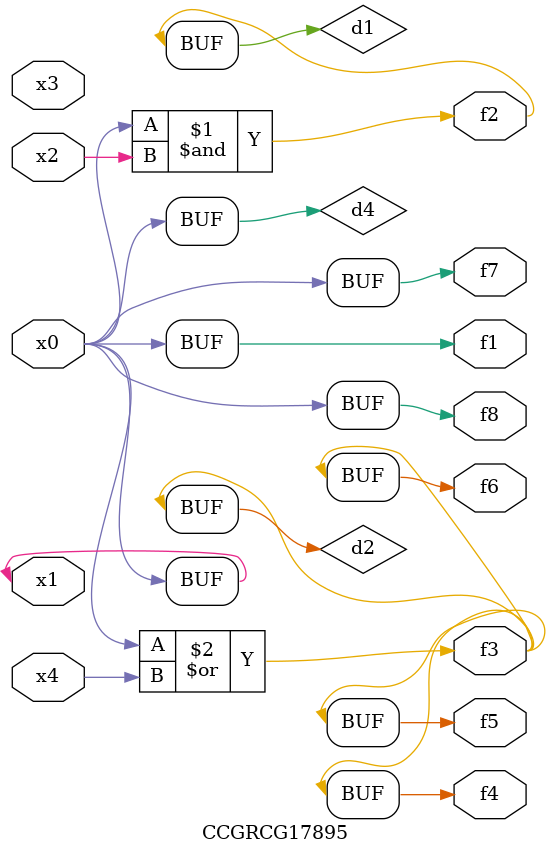
<source format=v>
module CCGRCG17895(
	input x0, x1, x2, x3, x4,
	output f1, f2, f3, f4, f5, f6, f7, f8
);

	wire d1, d2, d3, d4;

	and (d1, x0, x2);
	or (d2, x0, x4);
	nand (d3, x0, x2);
	buf (d4, x0, x1);
	assign f1 = d4;
	assign f2 = d1;
	assign f3 = d2;
	assign f4 = d2;
	assign f5 = d2;
	assign f6 = d2;
	assign f7 = d4;
	assign f8 = d4;
endmodule

</source>
